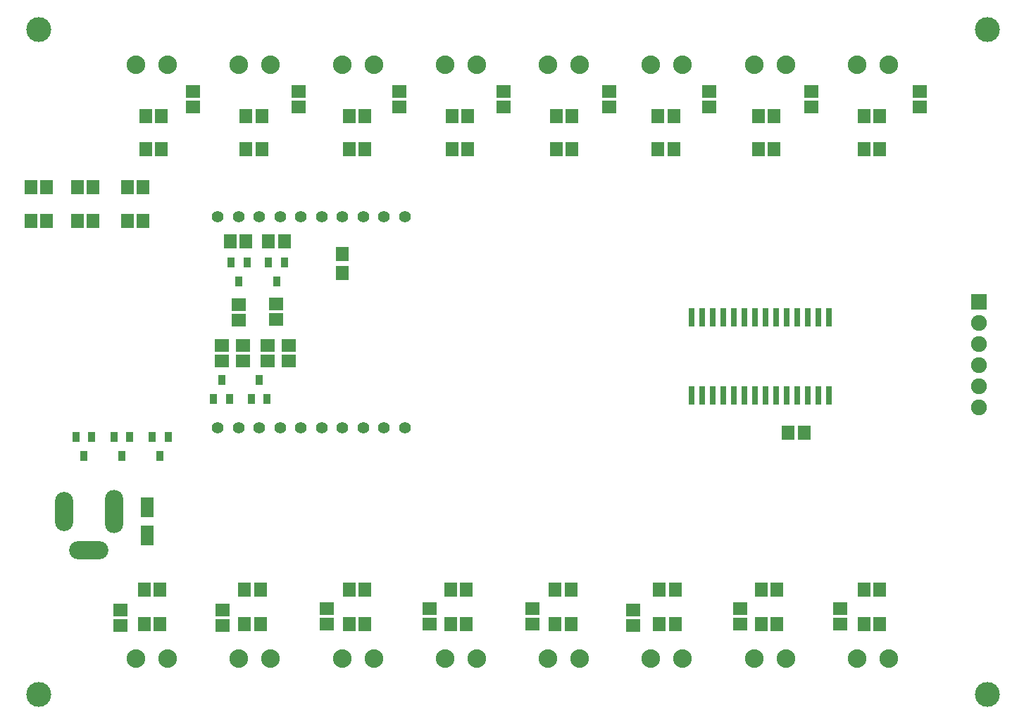
<source format=gbr>
G04 DipTrace 3.3.1.3*
G04 TopMask.gbr*
%MOIN*%
G04 #@! TF.FileFunction,Soldermask,Top*
G04 #@! TF.Part,Single*
%ADD37C,0.11811*%
%ADD43C,0.05604*%
%ADD45R,0.031662X0.08678*%
%ADD47C,0.08804*%
%ADD49R,0.067095X0.059221*%
%ADD51O,0.185205X0.08678*%
%ADD53O,0.08678X0.20489*%
%ADD55O,0.08678X0.185205*%
%ADD57C,0.074969*%
%ADD59R,0.074969X0.074969*%
%ADD61R,0.033631X0.049379*%
%ADD63R,0.064037X0.06804*%
%ADD65R,0.063158X0.096623*%
%ADD67R,0.059221X0.067095*%
%FSLAX26Y26*%
G04*
G70*
G90*
G75*
G01*
G04 TopMask*
%LPD*%
D67*
X4173528Y1752268D3*
X4098724D3*
D65*
X1063291Y1397937D3*
Y1264079D3*
D63*
X1988488Y2598724D3*
Y2508724D3*
D67*
X1131303Y3250251D3*
X1056500D3*
X1606303D3*
X1531500D3*
X2093803Y3250249D3*
X2019000D3*
X2581303Y3250251D3*
X2506500D3*
X3075054D3*
X3000251D3*
X3556303D3*
X3481500D3*
X4031303Y3250249D3*
X3956500D3*
X4531303Y3250251D3*
X4456500D3*
X1050251Y844000D3*
X1125054D3*
X1525260D3*
X1600063D3*
X2019000D3*
X2093803D3*
X2500251D3*
X2575054D3*
X2994000D3*
X3068803D3*
X3487760D3*
X3562563D3*
X3969000D3*
X4043803D3*
X4456520D3*
X4531323D3*
D61*
X800249Y1731500D3*
X725446D3*
X762848Y1640949D3*
X981500Y1731500D3*
X906697D3*
X944098Y1640949D3*
X1162749Y1731500D3*
X1087946D3*
X1125348Y1640949D3*
D59*
X4999660Y2370378D3*
D57*
Y2270378D3*
Y2170378D3*
Y2070378D3*
Y1970378D3*
Y1870378D3*
D55*
X669591Y1378252D3*
D53*
X905811D3*
D51*
X787701Y1193213D3*
D67*
X1043606Y2913685D3*
X968803D3*
X807386D3*
X732583D3*
X586913D3*
X512110D3*
D61*
X1712898Y2559354D3*
X1638094D3*
X1675496Y2468803D3*
X1535732Y2559354D3*
X1460929D3*
X1498331Y2468803D3*
X1555417Y1909748D3*
X1630220D3*
X1592819Y2000299D3*
X1378252Y1909748D3*
X1453055D3*
X1415654Y2000299D3*
D49*
X1281500Y3369000D3*
Y3294197D3*
X1781520Y3369000D3*
Y3294197D3*
X2256520Y3369000D3*
Y3294197D3*
X2750260Y3369000D3*
Y3294197D3*
X3250249Y3369000D3*
Y3294197D3*
X3725251Y3369000D3*
Y3294197D3*
X4206500Y3369000D3*
Y3294197D3*
X4719000Y3369000D3*
Y3294197D3*
X937751Y837751D3*
Y912554D3*
X1419000Y837751D3*
Y912554D3*
X1912751Y844000D3*
Y918803D3*
X2400249Y844000D3*
Y918803D3*
X2887751Y844000D3*
Y918803D3*
X3362751Y837751D3*
Y912554D3*
X3869000Y844000D3*
Y918803D3*
X4344000Y844000D3*
Y918803D3*
D67*
X586913Y2756205D3*
X512110D3*
X1712898Y2657780D3*
X1638094D3*
D49*
X1673528Y2287701D3*
Y2362504D3*
D67*
X1531795Y2657780D3*
X1456992D3*
D49*
X1496362Y2283764D3*
Y2358567D3*
X1732583Y2165654D3*
Y2090850D3*
X1634157Y2165654D3*
Y2090850D3*
X1516047Y2165654D3*
Y2090850D3*
X1417622Y2165654D3*
Y2090850D3*
D67*
X807386Y2756205D3*
X732583D3*
X1043606D3*
X968803D3*
X1131303Y3094000D3*
X1056500D3*
X1606303D3*
X1531500D3*
X2094000D3*
X2019197D3*
X2581303D3*
X2506500D3*
X3075054D3*
X3000251D3*
X3556303D3*
X3481500D3*
X4031303D3*
X3956500D3*
X4531303D3*
X4456500D3*
X1050251Y1006500D3*
X1125054D3*
X1525251D3*
X1600054D3*
X2019000D3*
X2093803D3*
X2500231D3*
X2575034D3*
X2994000D3*
X3068803D3*
X3487751D3*
X3562554D3*
X3969000D3*
X4043803D3*
X4456500D3*
X4531303D3*
D47*
X1010634Y3493114D3*
X1160634D3*
X1498134D3*
X1648134D3*
X1987740Y3493134D3*
X2137740D3*
X2473134D3*
X2623134D3*
X2960634D3*
X3110634D3*
X3448134D3*
X3598134D3*
X3935634D3*
X4085634D3*
X4423134D3*
X4573134D3*
X1160614Y681480D3*
X1010614D3*
X1648134D3*
X1498134D3*
X2137740D3*
X1987740D3*
X2623134D3*
X2473134D3*
X3110614D3*
X2960614D3*
X3598134D3*
X3448134D3*
X4085614D3*
X3935614D3*
X4573134D3*
X4423134D3*
D45*
X3642031Y1929433D3*
X3692031D3*
X3742031D3*
X3792031D3*
X3842031D3*
X3892031D3*
X3942031D3*
X3992031D3*
X4042031D3*
X4092031D3*
X4142031D3*
X4192031D3*
X4242031D3*
X4292031D3*
Y2299512D3*
X4242031D3*
X4192031D3*
X4142031D3*
X4092031D3*
X4042031D3*
X3992031D3*
X3942031D3*
X3892031D3*
X3842031D3*
X3792031D3*
X3742031D3*
X3692031D3*
X3642031D3*
D43*
X2283764Y2775890D3*
X2185339D3*
X2086913D3*
X1988488D3*
X1890063D3*
X1791638D3*
X1693213D3*
X1594787D3*
X1496362D3*
X1397937D3*
X2283764Y1775890D3*
X2185339D3*
X2086913D3*
X1988488D3*
X1890063D3*
X1791638D3*
X1693213D3*
X1594787D3*
X1496362D3*
X1397937D3*
D37*
X551480Y3661717D3*
X5039669D3*
X551480Y512110D3*
X5039669D3*
M02*

</source>
